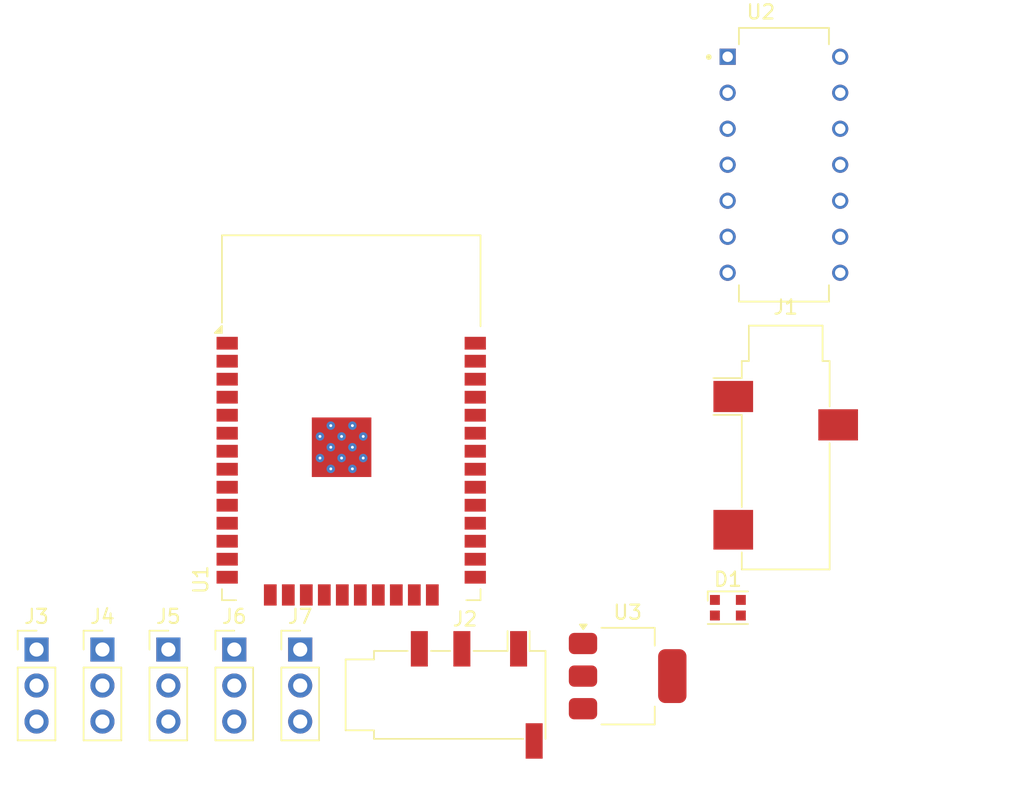
<source format=kicad_pcb>
(kicad_pcb (version 20240108) (generator "pcbnew") (generator_version "8.0")
  (layers (0 "F.Cu" signal) (31 "B.Cu" signal) (34 "B.Paste" user) (35 "F.Paste" user) (36 "B.SilkS" user "B.Silkscreen") (37 "F.SilkS" user "F.Silkscreen") (38 "B.Mask" user) (39 "F.Mask" user) (44 "Edge.Cuts" user))
  (net 0 "")
  (net 30 "Net-(U1-GND-Pad1)")
  (footprint "Connector_PinHeader_2.54mm:PinHeader_1x03_P2.54mm_Vertical" (layer "F.Cu") (at 56.135 -17.92)
    (property "Reference" "J5" (at 0 -2.33 0) (layer "F.SilkS"))
    (property "Value" "PINHD_1x3_Male")
    (fp_line (start -1.33 -1.33) (end 0 -1.33) (stroke (width 0.12)) (layer "F.SilkS"))
    (fp_line (start -1.33 0) (end -1.33 -1.33) (stroke (width 0.12)) (layer "F.SilkS"))
    (fp_line (start -1.33 1.27) (end -1.33 6.41) (stroke (width 0.12)) (layer "F.SilkS"))
    (fp_line (start -1.33 1.27) (end 1.33 1.27) (stroke (width 0.12)) (layer "F.SilkS"))
    (fp_line (start -1.33 6.41) (end 1.33 6.41) (stroke (width 0.12)) (layer "F.SilkS"))
    (fp_line (start 1.33 1.27) (end 1.33 6.41) (stroke (width 0.12)) (layer "F.SilkS"))
    (pad "1" thru_hole rect (at 0 0) (size 1.7 1.7) (drill 1) (layers "*.Cu" "*.Mask"))
    (pad "2" thru_hole oval (at 0 2.54) (size 1.7 1.7) (drill 1) (layers "*.Cu" "*.Mask"))
    (pad "3" thru_hole oval (at 0 5.08) (size 1.7 1.7) (drill 1) (layers "*.Cu" "*.Mask"))
  )
  (footprint "Connector_PinHeader_2.54mm:PinHeader_1x03_P2.54mm_Vertical" (layer "F.Cu") (at 46.835 -17.92)
    (property "Reference" "J3" (at 0 -2.33 0) (layer "F.SilkS"))
    (property "Value" "MIC IN")
    (fp_line (start -1.33 -1.33) (end 0 -1.33) (stroke (width 0.12)) (layer "F.SilkS"))
    (fp_line (start -1.33 0) (end -1.33 -1.33) (stroke (width 0.12)) (layer "F.SilkS"))
    (fp_line (start -1.33 1.27) (end -1.33 6.41) (stroke (width 0.12)) (layer "F.SilkS"))
    (fp_line (start -1.33 1.27) (end 1.33 1.27) (stroke (width 0.12)) (layer "F.SilkS"))
    (fp_line (start -1.33 6.41) (end 1.33 6.41) (stroke (width 0.12)) (layer "F.SilkS"))
    (fp_line (start 1.33 1.27) (end 1.33 6.41) (stroke (width 0.12)) (layer "F.SilkS"))
    (pad "1" thru_hole rect (at 0 0) (size 1.7 1.7) (drill 1) (layers "*.Cu" "*.Mask"))
    (pad "2" thru_hole oval (at 0 2.54) (size 1.7 1.7) (drill 1) (layers "*.Cu" "*.Mask"))
    (pad "3" thru_hole oval (at 0 5.08) (size 1.7 1.7) (drill 1) (layers "*.Cu" "*.Mask"))
  )
  (footprint "Connector_PinHeader_2.54mm:PinHeader_1x03_P2.54mm_Vertical" (layer "F.Cu") (at 60.785 -17.92)
    (property "Reference" "J6" (at 0 -2.33 0) (layer "F.SilkS"))
    (property "Value" "PINHD_1x3_Male")
    (fp_line (start -1.33 -1.33) (end 0 -1.33) (stroke (width 0.12)) (layer "F.SilkS"))
    (fp_line (start -1.33 0) (end -1.33 -1.33) (stroke (width 0.12)) (layer "F.SilkS"))
    (fp_line (start -1.33 1.27) (end -1.33 6.41) (stroke (width 0.12)) (layer "F.SilkS"))
    (fp_line (start -1.33 1.27) (end 1.33 1.27) (stroke (width 0.12)) (layer "F.SilkS"))
    (fp_line (start -1.33 6.41) (end 1.33 6.41) (stroke (width 0.12)) (layer "F.SilkS"))
    (fp_line (start 1.33 1.27) (end 1.33 6.41) (stroke (width 0.12)) (layer "F.SilkS"))
    (pad "1" thru_hole rect (at 0 0) (size 1.7 1.7) (drill 1) (layers "*.Cu" "*.Mask"))
    (pad "2" thru_hole oval (at 0 2.54) (size 1.7 1.7) (drill 1) (layers "*.Cu" "*.Mask"))
    (pad "3" thru_hole oval (at 0 5.08) (size 1.7 1.7) (drill 1) (layers "*.Cu" "*.Mask"))
  )
  (footprint "Connector_Audio:Jack_3.5mm_PJ320D_Horizontal" (layer "F.Cu") (at 77.015 -14.72)
    (property "Reference" "J2" (at 0.05 -5.35 0) (layer "F.SilkS"))
    (property "Value" "AudioJack4")
    (fp_line (start -8.375 -2.5) (end -8.375 2.5) (stroke (width 0.12)) (layer "F.SilkS"))
    (fp_line (start -6.375 -3.1) (end -6.375 -2.5) (stroke (width 0.12)) (layer "F.SilkS"))
    (fp_line (start -6.375 -3.1) (end -4 -3.1) (stroke (width 0.12)) (layer "F.SilkS"))
    (fp_line (start -6.375 -2.5) (end -8.375 -2.5) (stroke (width 0.12)) (layer "F.SilkS"))
    (fp_line (start -6.375 2.5) (end -8.375 2.5) (stroke (width 0.12)) (layer "F.SilkS"))
    (fp_line (start -6.375 2.5) (end -6.375 3.1) (stroke (width 0.12)) (layer "F.SilkS"))
    (fp_line (start -2.35 -3.1) (end -1 -3.1) (stroke (width 0.12)) (layer "F.SilkS"))
    (fp_line (start 0.65 -3.1) (end 3.05 -3.1) (stroke (width 0.12)) (layer "F.SilkS"))
    (fp_line (start 3.05 -3.1) (end 3.05 -4.5) (stroke (width 0.12)) (layer "F.SilkS"))
    (fp_line (start 4.15 3.1) (end -6.375 3.1) (stroke (width 0.12)) (layer "F.SilkS"))
    (fp_line (start 4.6 -3.1) (end 4.6 -4.5) (stroke (width 0.12)) (layer "F.SilkS"))
    (fp_line (start 4.6 -3.1) (end 5.725 -3.1) (stroke (width 0.12)) (layer "F.SilkS"))
    (fp_line (start 5.725 3.1) (end 5.725 -3.1) (stroke (width 0.12)) (layer "F.SilkS"))
    (pad "" np_thru_hole circle (at -4.775 0) (size 1.5 1.5) (drill 1.5) (layers "*.Cu" "*.Mask"))
    (pad "" np_thru_hole circle (at 2.225 0) (size 1.5 1.5) (drill 1.5) (layers "*.Cu" "*.Mask"))
    (pad "R1" smd rect (at -0.175 -3.25) (size 1.2 2.5) (layers "F.Cu" "F.Paste" "F.Mask"))
    (pad "R2" smd rect (at -3.175 -3.25) (size 1.2 2.5) (layers "F.Cu" "F.Paste" "F.Mask"))
    (pad "S" smd rect (at 4.925 3.25) (size 1.2 2.5) (layers "F.Cu" "F.Paste" "F.Mask"))
    (pad "T" smd rect (at 3.825 -3.25) (size 1.2 2.5) (layers "F.Cu" "F.Paste" "F.Mask"))
  )
  (footprint "RF_Module:ESP32-WROOM-32" (layer "F.Cu") (at 69.035 -31.28)
    (property "Reference" "U1" (at -10.61 8.43 90) (layer "F.SilkS"))
    (property "Value" "ESP32-WROOM-32")
    (fp_line (start -9.12 -15.86) (end -9.12 -9.7) (stroke (width 0.12)) (layer "F.SilkS"))
    (fp_line (start -9.12 -15.86) (end 9.12 -15.86) (stroke (width 0.12)) (layer "F.SilkS"))
    (fp_line (start -9.12 9.1) (end -9.12 9.88) (stroke (width 0.12)) (layer "F.SilkS"))
    (fp_line (start -9.12 9.88) (end -8.12 9.88) (stroke (width 0.12)) (layer "F.SilkS"))
    (fp_line (start 9.12 -15.86) (end 9.12 -9.445) (stroke (width 0.12)) (layer "F.SilkS"))
    (fp_line (start 9.12 9.1) (end 9.12 9.88) (stroke (width 0.12)) (layer "F.SilkS"))
    (fp_line (start 9.12 9.88) (end 8.12 9.88) (stroke (width 0.12)) (layer "F.SilkS"))
    (fp_poly (pts (xy -9.125 -8.975) (xy -9.625 -8.975) (xy -9.125 -9.475) (xy -9.125 -8.975)) (stroke (width 0.12)) (fill solid) (layer "F.SilkS"))
    (pad "1" smd rect (at -8.75 -8.25) (size 1.5 0.9) (layers "F.Cu" "F.Paste" "F.Mask") (net 30 "Net-(U1-GND-Pad1)"))
    (pad "2" smd rect (at -8.75 -6.98) (size 1.5 0.9) (layers "F.Cu" "F.Paste" "F.Mask"))
    (pad "3" smd rect (at -8.75 -5.71) (size 1.5 0.9) (layers "F.Cu" "F.Paste" "F.Mask"))
    (pad "4" smd rect (at -8.75 -4.44) (size 1.5 0.9) (layers "F.Cu" "F.Paste" "F.Mask"))
    (pad "5" smd rect (at -8.75 -3.17) (size 1.5 0.9) (layers "F.Cu" "F.Paste" "F.Mask"))
    (pad "6" smd rect (at -8.75 -1.9) (size 1.5 0.9) (layers "F.Cu" "F.Paste" "F.Mask"))
    (pad "7" smd rect (at -8.75 -0.63) (size 1.5 0.9) (layers "F.Cu" "F.Paste" "F.Mask"))
    (pad "8" smd rect (at -8.75 0.64) (size 1.5 0.9) (layers "F.Cu" "F.Paste" "F.Mask"))
    (pad "9" smd rect (at -8.75 1.91) (size 1.5 0.9) (layers "F.Cu" "F.Paste" "F.Mask"))
    (pad "10" smd rect (at -8.75 3.18) (size 1.5 0.9) (layers "F.Cu" "F.Paste" "F.Mask"))
    (pad "11" smd rect (at -8.75 4.45) (size 1.5 0.9) (layers "F.Cu" "F.Paste" "F.Mask"))
    (pad "12" smd rect (at -8.75 5.72) (size 1.5 0.9) (layers "F.Cu" "F.Paste" "F.Mask"))
    (pad "13" smd rect (at -8.75 6.99) (size 1.5 0.9) (layers "F.Cu" "F.Paste" "F.Mask"))
    (pad "14" smd rect (at -8.75 8.26) (size 1.5 0.9) (layers "F.Cu" "F.Paste" "F.Mask"))
    (pad "15" smd rect (at -5.71 9.51 90) (size 1.5 0.9) (layers "F.Cu" "F.Paste" "F.Mask") (net 30 "Net-(U1-GND-Pad1)"))
    (pad "16" smd rect (at -4.44 9.51 90) (size 1.5 0.9) (layers "F.Cu" "F.Paste" "F.Mask"))
    (pad "17" smd rect (at -3.17 9.51 90) (size 1.5 0.9) (layers "F.Cu" "F.Paste" "F.Mask"))
    (pad "18" smd rect (at -1.9 9.51 90) (size 1.5 0.9) (layers "F.Cu" "F.Paste" "F.Mask"))
    (pad "19" smd rect (at -0.63 9.51 90) (size 1.5 0.9) (layers "F.Cu" "F.Paste" "F.Mask"))
    (pad "20" smd rect (at 0.64 9.51 90) (size 1.5 0.9) (layers "F.Cu" "F.Paste" "F.Mask"))
    (pad "21" smd rect (at 1.91 9.51 90) (size 1.5 0.9) (layers "F.Cu" "F.Paste" "F.Mask"))
    (pad "22" smd rect (at 3.18 9.51 90) (size 1.5 0.9) (layers "F.Cu" "F.Paste" "F.Mask"))
    (pad "23" smd rect (at 4.45 9.51 90) (size 1.5 0.9) (layers "F.Cu" "F.Paste" "F.Mask"))
    (pad "24" smd rect (at 5.72 9.51 90) (size 1.5 0.9) (layers "F.Cu" "F.Paste" "F.Mask"))
    (pad "25" smd rect (at 8.75 8.26) (size 1.5 0.9) (layers "F.Cu" "F.Paste" "F.Mask"))
    (pad "26" smd rect (at 8.75 6.99) (size 1.5 0.9) (layers "F.Cu" "F.Paste" "F.Mask"))
    (pad "27" smd rect (at 8.75 5.72) (size 1.5 0.9) (layers "F.Cu" "F.Paste" "F.Mask"))
    (pad "28" smd rect (at 8.75 4.45) (size 1.5 0.9) (layers "F.Cu" "F.Paste" "F.Mask"))
    (pad "29" smd rect (at 8.75 3.18) (size 1.5 0.9) (layers "F.Cu" "F.Paste" "F.Mask"))
    (pad "30" smd rect (at 8.75 1.91) (size 1.5 0.9) (layers "F.Cu" "F.Paste" "F.Mask"))
    (pad "31" smd rect (at 8.75 0.64) (size 1.5 0.9) (layers "F.Cu" "F.Paste" "F.Mask"))
    (pad "32" smd rect (at 8.75 -0.63) (size 1.5 0.9) (layers "F.Cu" "F.Paste" "F.Mask"))
    (pad "33" smd rect (at 8.75 -1.9) (size 1.5 0.9) (layers "F.Cu" "F.Paste" "F.Mask"))
    (pad "34" smd rect (at 8.75 -3.17) (size 1.5 0.9) (layers "F.Cu" "F.Paste" "F.Mask"))
    (pad "35" smd rect (at 8.75 -4.44) (size 1.5 0.9) (layers "F.Cu" "F.Paste" "F.Mask"))
    (pad "36" smd rect (at 8.75 -5.71) (size 1.5 0.9) (layers "F.Cu" "F.Paste" "F.Mask"))
    (pad "37" smd rect (at 8.75 -6.98) (size 1.5 0.9) (layers "F.Cu" "F.Paste" "F.Mask"))
    (pad "38" smd rect (at 8.75 -8.25) (size 1.5 0.9) (layers "F.Cu" "F.Paste" "F.Mask") (net 30 "Net-(U1-GND-Pad1)"))
    (pad "39" smd rect (at -2.205 -2.435) (size 1.05 1.05) (layers "F.Cu" "F.Paste") (net 30 "Net-(U1-GND-Pad1)"))
    (pad "39" thru_hole circle (at -2.205 -1.6725) (size 0.6 0.6) (drill 0.2) (property pad_prop_heatsink) (layers "*.Cu" "F.Mask") (net 30 "Net-(U1-GND-Pad1)"))
    (pad "39" smd rect (at -2.205 -0.91) (size 1.05 1.05) (layers "F.Cu" "F.Paste") (net 30 "Net-(U1-GND-Pad1)"))
    (pad "39" thru_hole circle (at -2.205 -0.1475) (size 0.6 0.6) (drill 0.2) (property pad_prop_heatsink) (layers "*.Cu" "F.Mask") (net 30 "Net-(U1-GND-Pad1)"))
    (pad "39" smd rect (at -2.205 0.615) (size 1.05 1.05) (layers "F.Cu" "F.Paste") (net 30 "Net-(U1-GND-Pad1)"))
    (pad "39" thru_hole circle (at -1.4425 -2.435) (size 0.6 0.6) (drill 0.2) (property pad_prop_heatsink) (layers "*.Cu" "F.Mask") (net 30 "Net-(U1-GND-Pad1)"))
    (pad "39" thru_hole circle (at -1.4425 -0.91) (size 0.6 0.6) (drill 0.2) (property pad_prop_heatsink) (layers "*.Cu" "F.Mask") (net 30 "Net-(U1-GND-Pad1)"))
    (pad "39" thru_hole circle (at -1.4425 0.615) (size 0.6 0.6) (drill 0.2) (property pad_prop_heatsink) (layers "*.Cu" "F.Mask") (net 30 "Net-(U1-GND-Pad1)"))
    (pad "39" smd rect (at -0.68 -2.435) (size 1.05 1.05) (layers "F.Cu" "F.Paste") (net 30 "Net-(U1-GND-Pad1)"))
    (pad "39" thru_hole circle (at -0.68 -1.6725) (size 0.6 0.6) (drill 0.2) (property pad_prop_heatsink) (layers "*.Cu" "F.Mask") (net 30 "Net-(U1-GND-Pad1)"))
    (pad "39" smd rect (at -0.68 -0.91) (size 1.05 1.05) (layers "F.Cu" "F.Paste") (net 30 "Net-(U1-GND-Pad1)"))
    (pad "39" smd rect (at -0.68 -0.91) (size 4.2 4.2) (layers "F.Cu" "F.Mask") (net 30 "Net-(U1-GND-Pad1)"))
    (pad "39" thru_hole circle (at -0.68 -0.1475) (size 0.6 0.6) (drill 0.2) (property pad_prop_heatsink) (layers "*.Cu" "F.Mask") (net 30 "Net-(U1-GND-Pad1)"))
    (pad "39" smd rect (at -0.68 0.615) (size 1.05 1.05) (layers "F.Cu" "F.Paste") (net 30 "Net-(U1-GND-Pad1)"))
    (pad "39" thru_hole circle (at 0.0825 -2.435) (size 0.6 0.6) (drill 0.2) (property pad_prop_heatsink) (layers "*.Cu" "F.Mask") (net 30 "Net-(U1-GND-Pad1)"))
    (pad "39" thru_hole circle (at 0.0825 -0.91) (size 0.6 0.6) (drill 0.2) (property pad_prop_heatsink) (layers "*.Cu" "F.Mask") (net 30 "Net-(U1-GND-Pad1)"))
    (pad "39" thru_hole circle (at 0.0825 0.615) (size 0.6 0.6) (drill 0.2) (property pad_prop_heatsink) (layers "*.Cu" "F.Mask") (net 30 "Net-(U1-GND-Pad1)"))
    (pad "39" smd rect (at 0.845 -2.435) (size 1.05 1.05) (layers "F.Cu" "F.Paste") (net 30 "Net-(U1-GND-Pad1)"))
    (pad "39" thru_hole circle (at 0.845 -1.6725) (size 0.6 0.6) (drill 0.2) (property pad_prop_heatsink) (layers "*.Cu" "F.Mask") (net 30 "Net-(U1-GND-Pad1)"))
    (pad "39" smd rect (at 0.845 -0.91) (size 1.05 1.05) (layers "F.Cu" "F.Paste") (net 30 "Net-(U1-GND-Pad1)"))
    (pad "39" thru_hole circle (at 0.845 -0.1475) (size 0.6 0.6) (drill 0.2) (property pad_prop_heatsink) (layers "*.Cu" "F.Mask") (net 30 "Net-(U1-GND-Pad1)"))
    (pad "39" smd rect (at 0.845 0.615) (size 1.05 1.05) (layers "F.Cu" "F.Paste") (net 30 "Net-(U1-GND-Pad1)"))
  )
  (footprint "Connector_PinHeader_2.54mm:PinHeader_1x03_P2.54mm_Vertical" (layer "F.Cu") (at 51.485 -17.92)
    (property "Reference" "J4" (at 0 -2.33 0) (layer "F.SilkS"))
    (property "Value" "PINHD_1x3_Male")
    (fp_line (start -1.33 -1.33) (end 0 -1.33) (stroke (width 0.12)) (layer "F.SilkS"))
    (fp_line (start -1.33 0) (end -1.33 -1.33) (stroke (width 0.12)) (layer "F.SilkS"))
    (fp_line (start -1.33 1.27) (end -1.33 6.41) (stroke (width 0.12)) (layer "F.SilkS"))
    (fp_line (start -1.33 1.27) (end 1.33 1.27) (stroke (width 0.12)) (layer "F.SilkS"))
    (fp_line (start -1.33 6.41) (end 1.33 6.41) (stroke (width 0.12)) (layer "F.SilkS"))
    (fp_line (start 1.33 1.27) (end 1.33 6.41) (stroke (width 0.12)) (layer "F.SilkS"))
    (pad "1" thru_hole rect (at 0 0) (size 1.7 1.7) (drill 1) (layers "*.Cu" "*.Mask"))
    (pad "2" thru_hole oval (at 0 2.54) (size 1.7 1.7) (drill 1) (layers "*.Cu" "*.Mask"))
    (pad "3" thru_hole oval (at 0 5.08) (size 1.7 1.7) (drill 1) (layers "*.Cu" "*.Mask"))
  )
  (footprint "Level Shifters:SN74AHCT125N" (layer "F.Cu") (at 99.56 -52.1175)
    (property "Reference" "U2" (at -1.625 -10.775 0) (layer "F.SilkS"))
    (property "Value" "SN74AHCT125N")
    (fp_line (start -3.175 -9.6525) (end 3.175 -9.6525) (stroke (width 0.127)) (layer "F.SilkS"))
    (fp_line (start -3.175 -8.5) (end -3.175 -9.6525) (stroke (width 0.127)) (layer "F.SilkS"))
    (fp_line (start -3.175 8.5) (end -3.175 9.6525) (stroke (width 0.127)) (layer "F.SilkS"))
    (fp_line (start -3.175 9.6525) (end 3.175 9.6525) (stroke (width 0.127)) (layer "F.SilkS"))
    (fp_line (start 3.175 -9.6525) (end 3.175 -8.5) (stroke (width 0.127)) (layer "F.SilkS"))
    (fp_line (start 3.175 9.6525) (end 3.175 8.5) (stroke (width 0.127)) (layer "F.SilkS"))
    (fp_circle (center -5.3 -7.6) (end -5.2 -7.6) (stroke (width 0.2)) (fill none) (layer "F.SilkS"))
    (pad "1" thru_hole rect (at -3.97 -7.62) (size 1.14 1.14) (drill 0.74) (layers "*.Cu" "*.Mask"))
    (pad "2" thru_hole circle (at -3.97 -5.08) (size 1.14 1.14) (drill 0.74) (layers "*.Cu" "*.Mask"))
    (pad "3" thru_hole circle (at -3.97 -2.54) (size 1.14 1.14) (drill 0.74) (layers "*.Cu" "*.Mask"))
    (pad "4" thru_hole circle (at -3.97 0) (size 1.14 1.14) (drill 0.74) (layers "*.Cu" "*.Mask"))
    (pad "5" thru_hole circle (at -3.97 2.54) (size 1.14 1.14) (drill 0.74) (layers "*.Cu" "*.Mask"))
    (pad "6" thru_hole circle (at -3.97 5.08) (size 1.14 1.14) (drill 0.74) (layers "*.Cu" "*.Mask"))
    (pad "7" thru_hole circle (at -3.97 7.62) (size 1.14 1.14) (drill 0.74) (layers "*.Cu" "*.Mask"))
    (pad "8" thru_hole circle (at 3.97 7.62) (size 1.14 1.14) (drill 0.74) (layers "*.Cu" "*.Mask"))
    (pad "9" thru_hole circle (at 3.97 5.08) (size 1.14 1.14) (drill 0.74) (layers "*.Cu" "*.Mask"))
    (pad "10" thru_hole circle (at 3.97 2.54) (size 1.14 1.14) (drill 0.74) (layers "*.Cu" "*.Mask"))
    (pad "11" thru_hole circle (at 3.97 0) (size 1.14 1.14) (drill 0.74) (layers "*.Cu" "*.Mask"))
    (pad "12" thru_hole circle (at 3.97 -2.54) (size 1.14 1.14) (drill 0.74) (layers "*.Cu" "*.Mask"))
    (pad "13" thru_hole circle (at 3.97 -5.08) (size 1.14 1.14) (drill 0.74) (layers "*.Cu" "*.Mask"))
    (pad "14" thru_hole circle (at 3.97 -7.62) (size 1.14 1.14) (drill 0.74) (layers "*.Cu" "*.Mask"))
  )
  (footprint "LED_SMD:LED_WS2812B-2020_PLCC4_2.0x2.0mm" (layer "F.Cu") (at 95.605 -20.87)
    (property "Reference" "D1" (at 0 -2 0) (layer "F.SilkS"))
    (property "Value" "WS2812B-2020")
    (fp_line (start -1.42 -1.15) (end -1.42 -0.5) (stroke (width 0.12)) (layer "F.SilkS"))
    (fp_line (start -1.42 -1.15) (end 1.42 -1.15) (stroke (width 0.12)) (layer "F.SilkS"))
    (fp_line (start -1.42 1.15) (end 1.42 1.15) (stroke (width 0.12)) (layer "F.SilkS"))
    (pad "1" smd rect (at -0.915 -0.55) (size 0.7 0.7) (layers "F.Cu" "F.Paste" "F.Mask"))
    (pad "2" smd rect (at -0.915 0.55) (size 0.7 0.7) (layers "F.Cu" "F.Paste" "F.Mask"))
    (pad "3" smd rect (at 0.915 0.55) (size 0.7 0.7) (layers "F.Cu" "F.Paste" "F.Mask"))
    (pad "4" smd rect (at 0.915 -0.55) (size 0.7 0.7) (layers "F.Cu" "F.Paste" "F.Mask"))
  )
  (footprint "Connector_PinHeader_2.54mm:PinHeader_1x03_P2.54mm_Vertical" (layer "F.Cu") (at 65.435 -17.92)
    (property "Reference" "J7" (at 0 -2.33 0) (layer "F.SilkS"))
    (property "Value" "PINHD_1x3_Male")
    (fp_line (start -1.33 -1.33) (end 0 -1.33) (stroke (width 0.12)) (layer "F.SilkS"))
    (fp_line (start -1.33 0) (end -1.33 -1.33) (stroke (width 0.12)) (layer "F.SilkS"))
    (fp_line (start -1.33 1.27) (end -1.33 6.41) (stroke (width 0.12)) (layer "F.SilkS"))
    (fp_line (start -1.33 1.27) (end 1.33 1.27) (stroke (width 0.12)) (layer "F.SilkS"))
    (fp_line (start -1.33 6.41) (end 1.33 6.41) (stroke (width 0.12)) (layer "F.SilkS"))
    (fp_line (start 1.33 1.27) (end 1.33 6.41) (stroke (width 0.12)) (layer "F.SilkS"))
    (pad "1" thru_hole rect (at 0 0) (size 1.7 1.7) (drill 1) (layers "*.Cu" "*.Mask"))
    (pad "2" thru_hole oval (at 0 2.54) (size 1.7 1.7) (drill 1) (layers "*.Cu" "*.Mask"))
    (pad "3" thru_hole oval (at 0 5.08) (size 1.7 1.7) (drill 1) (layers "*.Cu" "*.Mask"))
  )
  (footprint "Connector_Audio:Jack_3.5mm_CUI_SJ-3523-SMT_Horizontal" (layer "F.Cu") (at 99.685 -32.17)
    (property "Reference" "J1" (at 0 -9.9 0) (layer "F.SilkS"))
    (property "Value" "AudioJack3")
    (fp_line (start -3.1 -6.1) (end -2.6 -6.1) (stroke (width 0.12)) (layer "F.SilkS"))
    (fp_line (start -3.1 -4.9) (end -5.1 -4.9) (stroke (width 0.12)) (layer "F.SilkS"))
    (fp_line (start -3.1 -4.9) (end -3.1 -6.1) (stroke (width 0.12)) (layer "F.SilkS"))
    (fp_line (start -3.1 -2.3) (end -5.1 -2.3) (stroke (width 0.12)) (layer "F.SilkS"))
    (fp_line (start -3.1 4.2) (end -3.1 -2.3) (stroke (width 0.12)) (layer "F.SilkS"))
    (fp_line (start -3.1 8.6) (end -3.1 7.4) (stroke (width 0.12)) (layer "F.SilkS"))
    (fp_line (start -2.6 -8.6) (end 2.6 -8.6) (stroke (width 0.12)) (layer "F.SilkS"))
    (fp_line (start -2.6 -6.1) (end -2.6 -8.6) (stroke (width 0.12)) (layer "F.SilkS"))
    (fp_line (start 2.6 -8.6) (end 2.6 -6.1) (stroke (width 0.12)) (layer "F.SilkS"))
    (fp_line (start 2.6 -6.1) (end 3.1 -6.1) (stroke (width 0.12)) (layer "F.SilkS"))
    (fp_line (start 3.1 -6.1) (end 3.1 -2.9) (stroke (width 0.12)) (layer "F.SilkS"))
    (fp_line (start 3.1 -0.3) (end 3.1 8.6) (stroke (width 0.12)) (layer "F.SilkS"))
    (fp_line (start 3.1 8.6) (end -3.1 8.6) (stroke (width 0.12)) (layer "F.SilkS"))
    (pad "" np_thru_hole circle (at 0 -2.5) (size 1.7 1.7) (drill 1.7) (layers "*.Cu" "*.Mask"))
    (pad "" np_thru_hole circle (at 0 4.5) (size 1.7 1.7) (drill 1.7) (layers "*.Cu" "*.Mask"))
    (pad "R" smd rect (at 3.7 -1.6) (size 2.8 2.2) (layers "F.Cu" "F.Paste" "F.Mask"))
    (pad "S" smd rect (at -3.7 -3.6) (size 2.8 2.2) (layers "F.Cu" "F.Paste" "F.Mask"))
    (pad "T" smd rect (at -3.7 5.8) (size 2.8 2.8) (layers "F.Cu" "F.Paste" "F.Mask"))
  )
  (footprint "Package_TO_SOT_SMD:SOT-223-3_TabPin2" (layer "F.Cu") (at 88.535 -16.045)
    (property "Reference" "U3" (at 0 -4.5 0) (layer "F.SilkS"))
    (property "Value" "AMS1117-3.3")
    (fp_line (start -1.85 -3.41) (end 1.91 -3.41) (stroke (width 0.12)) (layer "F.SilkS"))
    (fp_line (start -1.85 3.41) (end 1.91 3.41) (stroke (width 0.12)) (layer "F.SilkS"))
    (fp_line (start 1.91 -3.41) (end 1.91 -2.15) (stroke (width 0.12)) (layer "F.SilkS"))
    (fp_line (start 1.91 3.41) (end 1.91 2.15) (stroke (width 0.12)) (layer "F.SilkS"))
    (fp_poly (pts (xy -3.13 -3.31) (xy -3.37 -3.64) (xy -2.89 -3.64) (xy -3.13 -3.31)) (stroke (width 0.12)) (fill solid) (layer "F.SilkS"))
    (pad "1" smd roundrect (at -3.15 -2.3) (size 2 1.5) (layers "F.Cu" "F.Paste" "F.Mask"))
    (pad "2" smd roundrect (at -3.15 0) (size 2 1.5) (layers "F.Cu" "F.Paste" "F.Mask"))
    (pad "2" smd roundrect (at 3.15 0) (size 2 3.8) (layers "F.Cu" "F.Paste" "F.Mask"))
    (pad "3" smd roundrect (at -3.15 2.3) (size 2 1.5) (layers "F.Cu" "F.Paste" "F.Mask"))
  )
)
</source>
